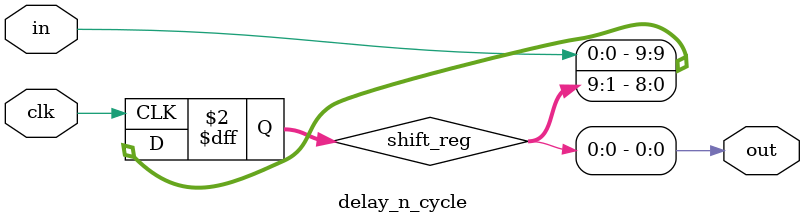
<source format=v>
module send_all(
    input wire clk,
    input wire rst,                     // reset called by this board
    input wire interboard_rst,          // reset called by other board
    input wire Ack_in,
    input wire ctrl_en,                 // one-pulse signal from GameControl indicating there is data to send
    input wire [3:0] ctrl_msg_type,
    input wire [4:0] ctrl_block_x,
    input wire [2:0] ctrl_block_y,
    input wire [5:0] ctrl_card,
    input wire [2:0] ctrl_sel_len,
    input wire ctrl_move_dir,
    
    output wire inter_ready,
    output wire Request_out,
    output wire [5:0] inter_data_out
);

    // Transmission state
    localparam INIT = 0;
    localparam STEP_1 = 1; // msg_type
    localparam STEP_2 = 2; // block_x 
    localparam STEP_3 = 3; // block_y
    localparam STEP_4 = 4; // card
    localparam STEP_5 = 5; // sel_len
    localparam STEP_6 = 6; // move_dir


    reg [2:0] cur_state, next_state;
    reg en_send, en_send_next;                  // indicate whether to send data to other board, one-pulse
    // reg interboard_rst, interboard_rst_next;    // used to indicate single_send should send interboard_rst to other board, 
                                                // always true after rst is asserted
    wire bottom_ready;                                 // from single_send, indicate whether the transmission is done and ready for next round
    reg [5:0] cur_data, next_data;              // data to send to other board corresponding to each state


    send_single ss(
        .clk(clk),
        .rst(rst),
        .interboard_rst(interboard_rst),
        .en_send(en_send),
        .Ack_in(Ack_in),
        .data_in(cur_data),

        .ready(bottom_ready),
        .Request_out(Request_out),
        .inter_data_out(inter_data_out)
    );

    assign inter_ready = (cur_state == INIT);

    always@(posedge clk) begin
        if(rst || interboard_rst) begin
            cur_state <= INIT;
            cur_data <= 0;
            en_send <= 0;
            
            // interboard_rst <= 0;
            // stored_msg_type <= 0;
            // stored_block_x <= 0;
            // stored_block_y <= 0;
            // stored_card <= 0;
            // stored_sel_len <= 0;
            // stored_move_dir <= 0;
        end
        else begin
            cur_state <= next_state;
            cur_data <= next_data;
            en_send <= en_send_next;

            // interboard_rst <= interboard_rst_next;
            // stored_msg_type <= stored_msg_type_next;
            // stored_block_x <= stored_block_x_next;
            // stored_block_y <= stored_block_y_next;
            // stored_card <= stored_card_next;
            // stored_sel_len <= stored_sel_len_next;
            // stored_move_dir <= stored_move_dir_next;
        end
    end

    always@* begin
        en_send_next = en_send;
        if(en_send) begin
            en_send_next = 0;
        end
        else if(cur_state == INIT && ctrl_en ||
                cur_state == STEP_1 && bottom_ready ||
                cur_state == STEP_2 && bottom_ready ||
                cur_state == STEP_3 && bottom_ready ||
                cur_state == STEP_4 && bottom_ready ||
                cur_state == STEP_5 && bottom_ready) begin
            en_send_next = 1;
        end
    end

    always@* begin
        next_state = cur_state;
        if(cur_state == INIT && ctrl_en && !en_send) begin // since ready will be pulled down one cycle after en_send is pulled up
            next_state = STEP_1;                           // and state will be changed at the same time as en_send
        end                                                // this try to prevent state transit early because ready is not pulled down in time
        else if(cur_state == STEP_1 && bottom_ready && !en_send) begin
            next_state = STEP_2;
        end
        else if(cur_state == STEP_2 && bottom_ready && !en_send) begin
            next_state = STEP_3;
        end
        else if(cur_state == STEP_3 && bottom_ready && !en_send) begin
            next_state = STEP_4;
        end
        else if(cur_state == STEP_4 && bottom_ready && !en_send) begin
            next_state = STEP_5;
        end
        else if(cur_state == STEP_5 && bottom_ready && !en_send) begin
            next_state = STEP_6;
        end
        else if(cur_state == STEP_6 && bottom_ready && !en_send) begin
            next_state = INIT;
        end
    end

    always@* begin                      // prepare the data need to be send in next cycle
        next_data = cur_data;
        if(cur_state == INIT) begin
            next_data = ctrl_msg_type;
        end
        else if(cur_state == STEP_1) begin
            next_data = ctrl_block_x;
        end
        else if(cur_state == STEP_2) begin
            next_data = ctrl_block_y;
        end
        else if(cur_state == STEP_3) begin
            next_data = ctrl_card;
        end
        else if(cur_state == STEP_4) begin
            next_data = ctrl_sel_len;
        end
        else if(cur_state == STEP_5) begin
            next_data = ctrl_move_dir;
        end
    end

    // always@* begin
    // wire delayed_rst;                           // delayed rst signal, used to reset the machine after 
                                                // the interboard_rst is transmitted to other board
    
    // Used to store data to be sent, passed from GameControl
    // reg [3:0] stored_msg_type, stored_msg_type_next;
    // reg [4:0] stored_block_x, stored_block_x_next;
    // reg [2:0] stored_block_y, stored_block_y_next;
    // reg [5:0] stored_card, stored_card_next;
    // reg [2:0] stored_sel_len, stored_sel_len_next;
    // reg stored_move_dir, stored_move_dir_next;


    // delay_n_cycle #(.n(10)) delay_rst(
    //     .clk(clk),
    //     .in(rst),
    //     .out(delayed_rst)
    // );
    //     next_data = cur_data;
    //     if(cur_state == STEP_1) begin
    //         next_data = ctrl_msg_type;
    //     end
    //     else if(cur_state == STEP_2) begin
    //         next_data = ctrl_block_x;
    //     end
    //     else if(cur_state == STEP_3) begin
    //         next_data = ctrl_block_y;
    //     end
    //     else if(cur_state == STEP_4) begin
    //         next_data = ctrl_card;
    //     end
    //     else if(cur_state == STEP_5) begin
    //         next_data = ctrl_sel_len;
    //     end
    //     else if(cur_state == STEP_6) begin
    //         next_data = ctrl_move_dir;
    //     end
    // end

    // always @(*) begin
    //     interboard_rst_next = interboard_rst;
    //     if(rst) begin
    //         interboard_rst_next = 1;
    //     end
    // end

    // always@* begin
    //     stored_msg_type_next = stored_msg_type;
    //     stored_block_x_next = stored_block_x;
    //     stored_block_y_next = stored_block_y;
    //     stored_card_next = stored_card;
    //     stored_sel_len_next = stored_sel_len;
    //     stored_move_dir_next = stored_move_dir;
    //     if(cur_state == INIT && ctrl_en) begin
    //         stored_msg_type_next = ctrl_msg_type;
    //         stored_block_x_next = ctrl_block_x;
    //         stored_block_y_next = ctrl_block_y;
    //         stored_card_next = ctrl_card;
    //         stored_sel_len_next = ctrl_sel_len;
    //         stored_move_dir_next = ctrl_move_dir;
    //     end
    // end

    // ila_1 ila_inst(clk, en_send, Ack, cur_data, bottom_ready, Request, interboard_data, cur_state, ctrl_en);

endmodule



module send_single(
    input wire clk,
    input wire rst, 
    input wire interboard_rst,          // from upper layer, indicate whether to send global rst to other board 
    input wire en_send,                 // from upper layer, indicate there is data to transmit, one-pulse
    input wire Ack_in,                     // from other board
    input wire [5:0] data_in,           // from upper layer, the data to transmit to other board

    output wire ready,                  // to upper layer, indicate this round of transmission is done and ready for next round
    output reg Request_out,                 // to other board
    output wire [5:0] inter_data_out   // to other board
);
    localparam WAIT_EN = 0;
    localparam WAIT_ACK_UP = 1;
    localparam WAIT_ACK_DOWN = 2;

    reg [1:0] cur_state, next_state;
    reg [5:0] data_out, data_out_next;

    always@(posedge clk) begin
        if(rst || interboard_rst) begin
            cur_state <= WAIT_EN;
            data_out <= 0;
        end
        else begin
            cur_state <= next_state;
            data_out <= data_out_next;
        end
    end

    assign ready = cur_state == WAIT_EN;

    always @(*) begin
        next_state = cur_state;
        if(cur_state == WAIT_EN && en_send) begin
            next_state = WAIT_ACK_UP; 
        end
        else if(cur_state == WAIT_ACK_UP && Ack_in) begin
            next_state = WAIT_ACK_DOWN;
        end
        else if(cur_state == WAIT_ACK_DOWN && !Ack_in) begin
            next_state = WAIT_EN;
        end
    end

    always@* begin
        if(cur_state == WAIT_EN || cur_state == WAIT_ACK_DOWN) begin
            Request_out = 0;
        end
        else begin
            Request_out = 1;
        end
    end

    always@(*) begin
        data_out_next = data_out;
        if(interboard_rst) begin
            data_out_next = 6'b11_1111;
        end
        else if(en_send) begin
            data_out_next = data_in;
        end
    end

    assign inter_data_out = data_out;

endmodule

module delay_n_cycle #(
    parameter n = 10
)(
    input wire clk,
    input wire in,
    output wire out
);

    reg [n-1:0] shift_reg;
    always @(posedge clk) begin
        shift_reg <= {in, shift_reg[n-1:1]};
    end

    assign out = shift_reg[0];
endmodule

</source>
